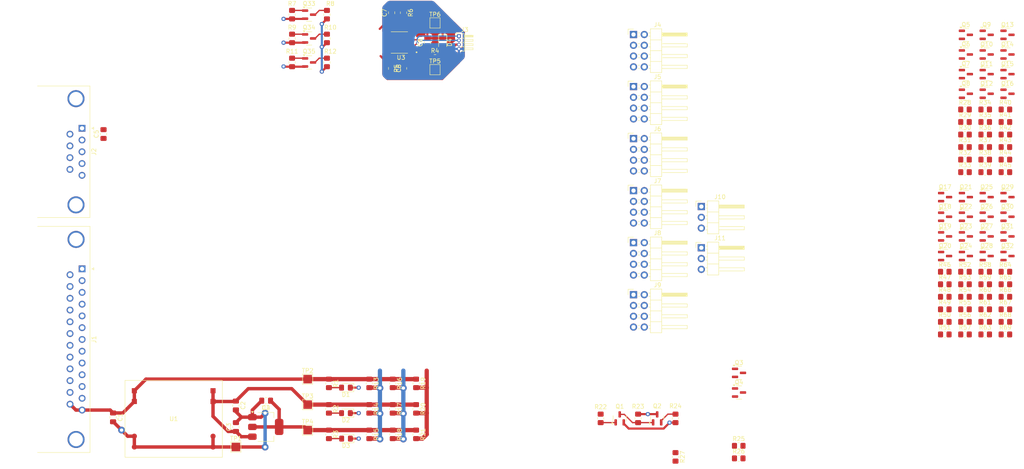
<source format=kicad_pcb>
(kicad_pcb (version 20240108) (generator "pcbnew") (generator_version "8.0")
  (title_block (title "Karcsi (INDACT Robot Arm) - Aux. Control Board 3") (date "2024-05-04") (rev "1.0") (company "LEGO Kör (legokor.hu)") (comment 1 "Designed by Panka Horváth, Gergely Halász, Máté Kovács") (comment 2 "Reviewed by Máté Kovács, "))
  (layers (0 "F.Cu" signal) (31 "B.Cu" signal) (34 "B.Paste" user) (35 "F.Paste" user) (36 "B.SilkS" user "B.Silkscreen") (37 "F.SilkS" user "F.Silkscreen") (38 "B.Mask" user) (39 "F.Mask" user) (44 "Edge.Cuts" user))
  (net 0 "")
  (net 1 "GND")
  (net 2 "+24V")
  (net 3 "+5V")
  (net 4 "+3V3")
  (net 5 "GNDS")
  (net 6 "+5VS")
  (net 7 "/END-EFFECTOR/MODBUS_TX_TERM")
  (net 8 "/END-EFFECTOR/MODBUS_TX_P")
  (net 9 "/END-EFFECTOR/MODBUS_RX_P")
  (net 10 "/END-EFFECTOR/MODBUS_RX_TERM")
  (net 11 "/LED24_A")
  (net 12 "/LED5_A")
  (net 13 "/LED33_A")
  (net 14 "/END-EFFECTOR/LED5S_A")
  (net 15 "/BET_ENC_A")
  (net 16 "/BET_LIM_2")
  (net 18 "/TH_ENC_B")
  (net 19 "/BET_ENC_B")
  (net 20 "/ALF_ENC_A")
  (net 22 "/TH_LIM_MIN")
  (net 23 "/ALF_LIM_2")
  (net 24 "/R_LIM_MAX")
  (net 25 "/R_LIM_MIN")
  (net 26 "/ALF_LIM_1")
  (net 27 "/R_HOME")
  (net 28 "/ALF_ENC_B")
  (net 29 "/TH_ENC_A")
  (net 30 "/TH_HOME")
  (net 31 "/TH_LIM_MAX")
  (net 32 "/BET_LIM_1")
  (net 33 "/END-EFFECTOR/SRV3_PWM_24")
  (net 34 "/END-EFFECTOR/MODBUS_RX_N")
  (net 35 "/END-EFFECTOR/SRV2_PWM_24")
  (net 36 "/END-EFFECTOR/MODBUS_TX_N")
  (net 39 "/END-EFFECTOR/SRV1_PWM_24")
  (net 40 "/END-EFFECTOR/TX_RAW")
  (net 41 "/END-EFFECTOR/RX_RAW")
  (net 42 "/LIM_PWR")
  (net 45 "/BET_LIM_MAX_IN")
  (net 47 "/ALF_LIM_MAX_IN")
  (net 48 "/R_LIM_MIN_IN")
  (net 49 "/TH_LIM_MAX_IN")
  (net 50 "/HOME_PWR")
  (net 51 "/SRV2_PWM")
  (net 52 "/SRV3_PWM")
  (net 53 "/ENC_PWR")
  (net 54 "/BET_LIM_MIN_IN")
  (net 55 "/BET_ENC_A_IN")
  (net 56 "/BET_ENC_B_IN")
  (net 57 "/TH_LIM_MIN_IN")
  (net 58 "/ALF_LIM_MIN_IN")
  (net 59 "/ALF_ENC_A_IN")
  (net 60 "/ALF_ENC_B_IN")
  (net 61 "/TH_ENC_B_IN")
  (net 62 "/SRV1_PWM")
  (net 63 "/TH_ENC_A_IN")
  (net 64 "/R_HOME_IN")
  (net 65 "/R_LIM_MAX_IN")
  (net 66 "/R & THETA AXIS LEVEL SHIFTING/R_LIM_MIN_PG")
  (net 67 "/R & THETA AXIS LEVEL SHIFTING/R_LIM_MIN_NG")
  (net 68 "/ALF_LIM_MIN")
  (net 69 "/R & THETA AXIS LEVEL SHIFTING/R_LIM_MAX_PG")
  (net 70 "/R & THETA AXIS LEVEL SHIFTING/R_LIM_MAX_NG")
  (net 71 "/ALF_LIM_MAX")
  (net 72 "/R & THETA AXIS LEVEL SHIFTING/R_HOME_PG")
  (net 73 "/R & THETA AXIS LEVEL SHIFTING/R_HOME_NG")
  (net 74 "/BET_LIM_MIN")
  (net 75 "/R & THETA AXIS LEVEL SHIFTING/TH_ENC_A_NG")
  (net 76 "/R & THETA AXIS LEVEL SHIFTING/TH_ENC_A_PG")
  (net 77 "/R & THETA AXIS LEVEL SHIFTING/TH_ENC_B_NG")
  (net 78 "/R & THETA AXIS LEVEL SHIFTING/TN_ENC_B_PG")
  (net 79 "/R & THETA AXIS LEVEL SHIFTING/TH_LIM_MIN_PG")
  (net 80 "/R & THETA AXIS LEVEL SHIFTING/TH_LIM_MIN_NG")
  (net 81 "/R & THETA AXIS LEVEL SHIFTING/TH_LIM_MAX_PG")
  (net 82 "/R & THETA AXIS LEVEL SHIFTING/TH_LIM_MAX_NG")
  (net 83 "/R & THETA AXIS LEVEL SHIFTING/TH_HOME_NG")
  (net 84 "/R & THETA AXIS LEVEL SHIFTING/TH_HOME_PG")
  (net 85 "/ALPHA & BETA AXIS LEVEL SHIFTING/ALF_ENC_A_PG")
  (net 86 "/ALPHA & BETA AXIS LEVEL SHIFTING/ALF_ENC_A_NG")
  (net 87 "/BET_LIM_MAX")
  (net 88 "/ALPHA & BETA AXIS LEVEL SHIFTING/ALF_ENC_B_NG")
  (net 89 "/ALPHA & BETA AXIS LEVEL SHIFTING/TN_ENC_B_PG")
  (net 90 "/TH_HOME_IN")
  (net 91 "/ALPHA & BETA AXIS LEVEL SHIFTING/ALF_LIM_MIN_NG")
  (net 92 "/ALPHA & BETA AXIS LEVEL SHIFTING/ALF_LIM_MIN_PG")
  (net 93 "/ALPHA & BETA AXIS LEVEL SHIFTING/ALF_LIM_MAX_NG")
  (net 94 "/ALPHA & BETA AXIS LEVEL SHIFTING/ALF_LIM_MAX_PG")
  (net 95 "/ALPHA & BETA AXIS LEVEL SHIFTING/BET_ENC_A_PG")
  (net 96 "/ALPHA & BETA AXIS LEVEL SHIFTING/BET_ENC_A_NG")
  (net 97 "/ALPHA & BETA AXIS LEVEL SHIFTING/BET_ENC_B_NG")
  (net 98 "/ALPHA & BETA AXIS LEVEL SHIFTING/BET_LIM_MIN_PG")
  (net 99 "/ALPHA & BETA AXIS LEVEL SHIFTING/BET_LIM_MIN_NG")
  (net 100 "/ALPHA & BETA AXIS LEVEL SHIFTING/BET_LIM_MAX_PG")
  (net 101 "/ALPHA & BETA AXIS LEVEL SHIFTING/BET_LIM_MAX_NG")
  (footprint "Resistor_SMD:R_0805_2012Metric_Pad1.20x1.40mm_HandSolder" (layer "F.Cu") (at 270.325 70.775)
    (property "Reference" "R39")
    (property "Value" "560R")
  )
  (footprint "TestPoint:TestPoint_Pad_2.0x2.0mm" (layer "F.Cu") (at 140.95 46.65)
    (property "Reference" "TP5")
    (property "Value" "5V SERIAL")
  )
  (footprint "Resistor_SMD:R_0805_2012Metric_Pad1.20x1.40mm_HandSolder" (layer "F.Cu") (at 131 126.5 -90)
    (property "Reference" "R17")
    (property "Value" "0R")
  )
  (footprint "Capacitor_SMD:C_0805_2012Metric_Pad1.18x1.45mm_HandSolder" (layer "F.Cu") (at 139.15 40.2875 90)
    (property "Reference" "C8")
    (property "Value" "470n")
  )
  (footprint "Resistor_SMD:R_0805_2012Metric_Pad1.20x1.40mm_HandSolder" (layer "F.Cu") (at 116 126.5 -90)
    (property "Reference" "R2")
    (property "Value" "330R")
  )
  (footprint "Resistor_SMD:R_0805_2012Metric_Pad1.20x1.40mm_HandSolder" (layer "F.Cu") (at 125.5 120.5 -90)
    (property "Reference" "R13")
    (property "Value" "0R")
  )
  (footprint "Capacitor_SMD:C_0805_2012Metric_Pad1.18x1.45mm_HandSolder" (layer "F.Cu") (at 94.125 125.7 -90)
    (property "Reference" "C2")
    (property "Value" "47u")
  )
  (footprint "Resistor_SMD:R_0805_2012Metric_Pad1.20x1.40mm_HandSolder" (layer "F.Cu") (at 116 132.5 -90)
    (property "Reference" "R3")
    (property "Value" "150R")
  )
  (footprint "Resistor_SMD:R_0805_2012Metric_Pad1.20x1.40mm_HandSolder" (layer "F.Cu") (at 107.3375 33.7 -90)
    (property "Reference" "R7")
    (property "Value" "560R")
  )
  (footprint "Connector_PinHeader_2.54mm:PinHeader_1x03_P2.54mm_Horizontal" (layer "F.Cu") (at 203.575 78.875)
    (property "Reference" "J10")
    (property "Value" "R_HOME")
  )
  (footprint "Connector_PinHeader_2.54mm:PinHeader_2x04_P2.54mm_Horizontal" (layer "F.Cu") (at 187.625 62.875)
    (property "Reference" "J6")
    (property "Value" "~")
  )
  (footprint "Resistor_SMD:R_0805_2012Metric_Pad1.20x1.40mm_HandSolder" (layer "F.Cu") (at 265.575 64.875)
    (property "Reference" "R31")
    (property "Value" "4k7")
  )
  (footprint "Package_TO_SOT_SMD:SOT-23" (layer "F.Cu") (at 265.785 76.65)
    (property "Reference" "Q21")
    (property "Value" "BSS138KJ")
  )
  (footprint "Resistor_SMD:R_0805_2012Metric_Pad1.20x1.40mm_HandSolder" (layer "F.Cu") (at 275.075 58.975)
    (property "Reference" "R41")
    (property "Value" "560R")
  )
  (footprint "Resistor_SMD:R_0805_2012Metric_Pad1.20x1.40mm_HandSolder" (layer "F.Cu") (at 136.5 120.5 -90)
    (property "Reference" "R19")
    (property "Value" "0R")
  )
  (footprint "Resistor_SMD:R_0805_2012Metric_Pad1.20x1.40mm_HandSolder" (layer "F.Cu") (at 260.825 103.075)
    (property "Reference" "R49")
    (property "Value" "4k7")
  )
  (footprint "Package_TO_SOT_SMD:SOT-23" (layer "F.Cu") (at 260.895 90.525)
    (property "Reference" "Q20")
    (property "Value" "BSS84KJ")
  )
  (footprint "Connector_PinHeader_2.54mm:PinHeader_1x03_P2.54mm_Horizontal" (layer "F.Cu") (at 203.575 88.575)
    (property "Reference" "J11")
    (property "Value" "R_LIM_MAX")
  )
  (footprint "Resistor_SMD:R_0805_2012Metric_Pad1.20x1.40mm_HandSolder" (layer "F.Cu") (at 125.5 132.5 -90)
    (property "Reference" "R15")
    (property "Value" "0R")
  )
  (footprint "Package_TO_SOT_SMD:SOT-23" (layer "F.Cu") (at 275.565 90.525)
    (property "Reference" "Q32")
    (property "Value" "BSS84KJ")
  )
  (footprint "Capacitor_SMD:C_0805_2012Metric_Pad1.18x1.45mm_HandSolder" (layer "F.Cu") (at 130.75 33.25 90)
    (property "Reference" "C7")
    (property "Value" "1n5")
  )
  (footprint "Resistor_SMD:R_0805_2012Metric_Pad1.20x1.40mm_HandSolder" (layer "F.Cu") (at 270.325 94.225)
    (property "Reference" "R58")
    (property "Value" "4k7")
  )
  (footprint "Resistor_SMD:R_0805_2012Metric_Pad1.20x1.40mm_HandSolder" (layer "F.Cu") (at 265.575 103.075)
    (property "Reference" "R55")
    (property "Value" "4k7")
  )
  (footprint "Package_TO_SOT_SMD:SOT-23" (layer "F.Cu") (at 260.895 81.275)
    (property "Reference" "Q18")
    (property "Value" "BSS84KJ")
  )
  (footprint "Connector_PinHeader_2.54mm:PinHeader_2x04_P2.54mm_Horizontal" (layer "F.Cu") (at 187.625 75.125)
    (property "Reference" "J7")
    (property "Value" "~")
  )
  (footprint "Package_TO_SOT_SMD:SOT-23" (layer "F.Cu") (at 265.785 38.45)
    (property "Reference" "Q5")
    (property "Value" "BSS138KJ")
  )
  (footprint "Resistor_SMD:R_0805_2012Metric_Pad1.20x1.40mm_HandSolder" (layer "F.Cu") (at 136.5 132.5 -90)
    (property "Reference" "R21")
    (property "Value" "0R")
  )
  (footprint "Package_TO_SOT_SMD:SOT-23" (layer "F.Cu") (at 111.3375 33.7)
    (property "Reference" "Q33")
    (property "Value" "BSS138KJ")
  )
  (footprint "Package_TO_SOT_SMD:SOT-23" (layer "F.Cu") (at 265.785 85.9)
    (property "Reference" "Q23")
    (property "Value" "BSS138KJ")
  )
  (footprint "Connector_PinHeader_2.54mm:PinHeader_2x04_P2.54mm_Horizontal" (layer "F.Cu") (at 187.625 99.625)
    (property "Reference" "J9")
    (property "Value" "~")
  )
  (footprint "Resistor_SMD:R_0805_2012Metric_Pad1.20x1.40mm_HandSolder" (layer "F.Cu") (at 197.5 128.737501 -90)
    (property "Reference" "R24")
    (property "Value" "560R")
  )
  (footprint "Resistor_SMD:R_0805_2012Metric_Pad1.20x1.40mm_HandSolder" (layer "F.Cu") (at 270.325 67.825)
    (property "Reference" "R38")
    (property "Value" "560R")
  )
  (footprint "Package_TO_SOT_SMD:SOT-23" (layer "F.Cu") (at 111.3375 44.95)
    (property "Reference" "Q35")
    (property "Value" "BSS138KJ")
  )
  (footprint "TestPoint:TestPoint_Pad_2.0x2.0mm" (layer "F.Cu") (at 111 119.5)
    (property "Reference" "TP2")
    (property "Value" "24V")
  )
  (footprint "Resistor_SMD:R_0805_2012Metric_Pad1.20x1.40mm_HandSolder" (layer "F.Cu") (at 188.699999 128.737501 -90)
    (property "Reference" "R23")
    (property "Value" "560R")
  )
  (footprint "Resistor_SMD:R_0805_2012Metric_Pad1.20x1.40mm_HandSolder" (layer "F.Cu") (at 270.325 58.975)
    (property "Reference" "R35")
    (property "Value" "560R")
  )
  (footprint "Capacitor_SMD:C_0805_2012Metric_Pad1.18x1.45mm_HandSolder" (layer "F.Cu") (at 63 61.8 90)
    (property "Reference" "C5")
    (property "Value" "47u")
  )
  (footprint "Resistor_SMD:R_0805_2012Metric_Pad1.20x1.40mm_HandSolder" (layer "F.Cu") (at 265.575 58.975)
    (property "Reference" "R29")
    (property "Value" "560R")
  )
  (footprint "Package_TO_SOT_SMD:SOT-23" (layer "F.Cu") (at 265.785 90.525)
    (property "Reference" "Q24")
    (property "Value" "BSS84KJ")
  )
  (footprint "Resistor_SMD:R_0805_2012Metric_Pad1.20x1.40mm_HandSolder" (layer "F.Cu") (at 275.075 70.775)
    (property "Reference" "R45")
    (property "Value" "560R")
  )
  (footprint "Connector_Dsub:DSUB-25_Male_Horizontal_P2.77x2.84mm_EdgePinOffset7.70mm_Housed_MountingHolesOffset9.12mm" (layer "F.Cu") (at 57.965 93.54 -90)
    (property "Reference" "J1")
    (property "Value" "P11d")
  )
  (footprint "Resistor_SMD:R_0805_2012Metric_Pad1.20x1.40mm_HandSolder" (layer "F.Cu") (at 140.95 43.85)
    (property "Reference" "R4")
    (property "Value" "330R")
  )
  (footprint "Resistor_SMD:R_0805_2012Metric_Pad1.20x1.40mm_HandSolder" (layer "F.Cu") (at 275.075 106.025)
    (property "Reference" "R68")
    (property "Value" "560R")
  )
  (footprint "Resistor_SMD:R_0805_2012Metric_Pad1.20x1.40mm_HandSolder" (layer "F.Cu") (at 260.825 100.125)
    (property "Reference" "R48")
    (property "Value" "560R")
  )
  (footprint "Resistor_SMD:R_0805_2012Metric_Pad1.20x1.40mm_HandSolder" (layer "F.Cu") (at 270.325 100.125)
    (property "Reference" "R60")
    (property "Value" "560R")
  )
  (footprint "LED_SMD:LED_0805_2012Metric_Pad1.15x1.40mm_HandSolder" (layer "F.Cu") (at 142.75 40.25 -90)
    (property "Reference" "D4")
    (property "Value" "LED_G")
  )
  (footprint "Resistor_SMD:R_0805_2012Metric_Pad1.20x1.40mm_HandSolder" (layer "F.Cu") (at 260.825 108.975)
    (property "Reference" "R51")
    (property "Value" "560R")
  )
  (footprint "Resistor_SMD:R_0805_2012Metric_Pad1.20x1.40mm_HandSolder" (layer "F.Cu") (at 197.5 137.8 -90)
    (property "Reference" "R27")
    (property "Value" "560R")
  )
  (footprint "TestPoint:TestPoint_Pad_2.0x2.0mm" (layer "F.Cu") (at 111 125.5)
    (property "Reference" "TP3")
    (property "Value" "5V")
  )
  (footprint "Resistor_SMD:R_0805_2012Metric_Pad1.20x1.40mm_HandSolder" (layer "F.Cu") (at 107.3375 39.3 -90)
    (property "Reference" "R9")
    (property "Value" "560R")
  )
  (footprint "Resistor_SMD:R_0805_2012Metric_Pad1.20x1.40mm_HandSolder" (layer "F.Cu") (at 275.075 64.875)
    (property "Reference" "R43")
    (property "Value" "4k7")
  )
  (footprint "LED_SMD:LED_0805_2012Metric_Pad1.15x1.40mm_HandSolder" (layer "F.Cu") (at 120.024999 133.5 180)
    (property "Reference" "D3")
    (property "Value" "LED_G")
  )
  (footprint "Package_TO_SOT_SMD:SOT-23" (layer "F.Cu") (at 270.675 38.45)
    (property "Reference" "Q9")
    (property "Value" "BSS138KJ")
  )
  (footprint "Resistor_SMD:R_0805_2012Metric_Pad1.20x1.40mm_HandSolder" (layer "F.Cu") (at 275.075 94.225)
    (property "Reference" "R64")
    (property "Value" "4k7")
  )
  (footprint "TestPoint:TestPoint_Pad_2.0x2.0mm" (layer "F.Cu") (at 111 131.5)
    (property "Reference" "TP4")
    (property "Value" "3V3")
  )
  (footprint "Resistor_SMD:R_0805_2012Metric_Pad1.20x1.40mm_HandSolder" (layer "F.Cu") (at 131 120.5 -90)
    (property "Reference" "R16")
    (property "Value" "0R")
  )
  (footprint "Package_TO_SOT_SMD:SOT-23" (layer "F.Cu") (at 275.565 76.65)
    (property "Reference" "Q29")
    (property "Value" "BSS138KJ")
  )
  (footprint "Package_TO_SOT_SMD:SOT-23" (layer "F.Cu") (at 265.785 43.075)
    (property "Reference" "Q6")
    (property "Value" "BSS84KJ")
  )
  (footprint "SN75LBC179AD:SOIC127P599X175-8N" (layer "F.Cu") (at 132.57 40.255 180)
    (property "Reference" "U3")
    (property "Value" "SN75LBC179AD")
  )
  (footprint "Capacitor_SMD:C_0805_2012Metric_Pad1.18x1.45mm_HandSolder" (layer "F.Cu") (at 101.2375 124.575001 180)
    (property "Reference" "C4")
    (property "Value" "47u")
  )
  (footprint "Package_TO_SOT_SMD:SOT-23" (layer "F.Cu") (at 275.565 38.45)
    (property "Reference" "Q13")
    (property "Value" "BSS138KJ")
  )
  (footprint "Resistor_SMD:R_0805_2012Metric_Pad1.20x1.40mm_HandSolder" (layer "F.Cu") (at 270.325 103.075)
    (property "Reference" "R61")
    (property "Value" "4k7")
  )
  (footprint "Resistor_SMD:R_0805_2012Metric_Pad1.20x1.40mm_HandSolder" (layer "F.Cu") (at 115.5375 33.7 90)
    (property "Reference" "R8")
    (property "Value" "560R")
  )
  (footprint "Connector_PinHeader_2.54mm:PinHeader_2x04_P2.54mm_Horizontal" (layer "F.Cu") (at 187.625 50.625)
    (property "Reference" "J5")
    (property "Value" "~")
  )
  (footprint "Resistor_SMD:R_0805_2012Metric_Pad1.20x1.40mm_HandSolder" (layer "F.Cu") (at 270.325 97.175)
    (property "Reference" "R59")
    (property "Value" "560R")
  )
  (footprint "Resistor_SMD:R_0805_2012Metric_Pad1.20x1.40mm_HandSolder" (layer "F.Cu") (at 265.575 94.225)
    (property "Reference" "R52")
    (property "Value" "4k7")
  )
  (footprint "Resistor_SMD:R_0805_2012Metric_Pad1.20x1.40mm_HandSolder" (layer "F.Cu") (at 260.825 97.175)
    (property "Reference" "R47")
    (property "Value" "560R")
  )
  (footprint "Resistor_SMD:R_0805_2012Metric_Pad1.20x1.40mm_HandSolder" (layer "F.Cu") (at 275.075 67.825)
    (property "Reference" "R44")
    (property "Value" "560R")
  )
  (footprint "Resistor_SMD:R_0805_2012Metric_Pad1.20x1.40mm_HandSolder" (layer "F.Cu") (at 260.825 94.225)
    (property "Reference" "R46")
    (property "Value" "4k7")
  )
  (footprint "Resistor_SMD:R_0805_2012Metric_Pad1.20x1.40mm_HandSolder" (layer "F.Cu") (at 270.325 61.925)
    (property "Reference" "R36")
    (property "Value" "560R")
  )
  (footprint "Package_TO_SOT_SMD:SOT-23" (layer "F.Cu") (at 275.565 85.9)
    (property "Reference" "Q31")
    (property "Value" "BSS138KJ")
  )
  (footprint "Resistor_SMD:R_0805_2012Metric_Pad1.20x1.40mm_HandSolder" (layer "F.Cu") (at 115.5375 44.95 90)
    (property "Reference" "R12")
    (property "Value" "560R")
  )
  (footprint "Package_TO_SOT_SMD:SOT-23" (layer "F.Cu") (at 265.785 52.325)
    (property "Reference" "Q8")
    (property "Value" "BSS84KJ")
  )
  (footprint "Resistor_SMD:R_0805_2012Metric_Pad1.20x1.40mm_HandSolder" (layer "F.Cu") (at 270.325 106.025)
    (property "Reference" "R62")
    (property "Value" "560R")
  )
  (footprint "Resistor_SMD:R_0805_2012Metric_Pad1.20x1.40mm_HandSolder" (layer "F.Cu") (at 115.5375 39.3 90)
    (property "Reference" "R10")
    (property "Value" "560R")
  )
  (footprint "Resistor_SMD:R_0805_2012Metric_Pad1.20x1.40mm_HandSolder" (layer "F.Cu") (at 265.575 70.775)
    (property "Reference" "R33")
    (property "Value" "560R")
  )
  (footprint "Package_TO_SOT_SMD:SOT-23" (layer "F.Cu") (at 275.565 81.275)
    (property "Reference" "Q30")
    (property "Value" "BSS84KJ")
  )
  (footprint "Connector_PinHeader_1.00mm:PinHeader_1x04_P1.00mm_Horizontal" (layer "F.Cu") (at 146.575 38.75)
    (property "Reference" "J3")
    (property "Value" "MODBUS")
  )
  (footprint "Package_TO_SOT_SMD:SOT-23" (layer "F.Cu") (at 193.187498 128.737501 90)
    (property "Reference" "Q2")
    (property "Value" "BSS84KJ")
  )
  (footprint "Package_TO_SOT_SMD:SOT-23" (layer "F.Cu") (at 265.785 47.7)
    (property "Reference" "Q7")
    (property "Value" "BSS138KJ")
  )
  (footprint "Package_TO_SOT_SMD:SOT-23" (layer "F.Cu") (at 270.675 47.7)
    (property "Reference" "Q11")
    (property "Value" "BSS138KJ")
  )
  (footprint "Resistor_SMD:R_0805_2012Metric_Pad1.20x1.40mm_HandSolder" (layer "F.Cu") (at 131 132.5 -90)
    (property "Reference" "R18")
    (property "Value" "0R")
  )
  (footprint "Resistor_SMD:R_0805_2012Metric_Pad1.20x1.40mm_HandSolder" (layer "F.Cu") (at 275.075 100.125)
    (property "Reference" "R66")
    (property "Value" "560R")
  )
  (footprint "Package_TO_SOT_SMD:SOT-23" (layer "F.Cu") (at 270.675 90.525)
    (property "Reference" "Q28")
    (property "Value" "BSS84KJ")
  )
  (footprint "Package_TO_SOT_SMD:SOT-23" (layer "F.Cu") (at 270.675 52.325)
    (property "Reference" "Q12")
    (property "Value" "BSS84KJ")
  )
  (footprint "Resistor_SMD:R_0805_2012Metric_Pad1.20x1.40mm_HandSolder" (layer "F.Cu") (at 125.5 126.5 -90)
    (property "Reference" "R14")
    (property "Value" "0R")
  )
  (footprint "Package_TO_SOT_SMD:SOT-23" (layer "F.Cu") (at 212.4375 122.65)
    (property "Reference" "Q4")
    (property "Value" "BSS84KJ")
  )
  (footprint "LED_SMD:LED_0805_2012Metric_Pad1.15x1.40mm_HandSolder" (layer "F.Cu") (at 120 127.5 180)
    (property "Reference" "D2")
    (property "Value" "LED_G")
  )
  (footprint "Resistor_SMD:R_0805_2012Metric_Pad1.20x1.40mm_HandSolder" (layer "F.Cu") (at 265.575 100.125)
    (property "Reference" "R54")
    (property "Value" "560R")
  )
  (footprint "Resistor_SMD:R_0805_2012Metric_Pad1.20x1.40mm_HandSolder" (layer "F.Cu") (at 265.575 67.825)
    (property "Reference" "R32")
    (property "Value" "560R")
  )
  (footprint "Resistor_SMD:R_0805_2012Metric_Pad1.20x1.40mm_HandSolder" (layer "F.Cu") (at 275.075 108.975)
    (property "Reference" "R69")
    (property "Value" "560R")
  )
  (footprint "Package_TO_SOT_SMD:SOT-23" (layer "F.Cu") (at 275.565 43.075)
    (property "Reference" "Q14")
    (property "Value" "BSS84KJ")
  )
  (footprint "Resistor_SMD:R_0805_2012Metric_Pad1.20x1.40mm_HandSolder" (layer "F.Cu") (at 116 120.5 -90)
    (property "Reference" "R1")
    (property "Value" "2k2")
  )
  (footprint "Package_TO_SOT_SMD:SOT-23" (layer "F.Cu") (at 275.565 52.325)
    (property "Reference" "Q16")
    (property "Value" "BSS84KJ")
  )
  (footprint "Package_TO_SOT_SMD:SOT-23" (layer "F.Cu") (at 260.895 76.65)
    (property "Reference" "Q17")
    (property "Value" "BSS138KJ")
  )
  (footprint "Resistor_SMD:R_0805_2012Metric_Pad1.20x1.40mm_HandSolder" (layer "F.Cu") (at 265.575 61.925)
    (property "Reference" "R30")
    (property "Value" "560R")
  )
  (footprint "Package_TO_SOT_SMD:SOT-23" (layer "F.Cu") (at 260.895 85.9)
    (property "Reference" "Q19")
    (property "Value" "BSS138KJ")
  )
  (footprint "Package_TO_SOT_SMD:SOT-23" (layer "F.Cu") (at 270.675 85.9)
    (property "Reference" "Q27")
    (property "Value" "BSS138KJ")
  )
  (footprint "TestPoint:TestPoint_Pad_2.0x2.0mm" (layer "F.Cu") (at 140.95 35.65)
    (property "Reference" "TP6")
    (property "Value" "GND SERIAL")
  )
  (footprint "Package_TO_SOT_SMD:SOT-23" (layer "F.Cu") (at 265.785 81.275)
    (property "Reference" "Q22")
    (property "Value" "BSS84KJ")
  )
  (footprint "Resistor_SMD:R_0805_2012Metric_Pad1.20x1.40mm_HandSolder" (layer "F.Cu") (at 179.9 128.737501 90)
    (property "Reference" "R22")
    (property "Value" "4k7")
  )
  (footprint "Connector_PinHeader_2.54mm:PinHeader_2x04_P2.54mm_Horizontal" (layer "F.Cu") (at 187.625 87.375)
    (property "Reference" "J8")
    (property "Value" "~")
  )
  (footprint "Connector_Dsub:DSUB-9_Male_Horizontal_P2.77x2.84mm_EdgePinOffset7.70mm_Housed_MountingHolesOffset9.12mm" (layer "F.Cu") (at 57.945 60.44 -90)
    (property "Reference" "J2")
    (property "Value" "P04d")
  )
  (footprint "Resistor_SMD:R_0805_2012Metric_Pad1.20x1.40mm_HandSolder" (layer "F.Cu") (at 107.3375 44.95 -90)
    (property "Reference" "R11")
    (property "Value" "560R")
  )
  (footprint "Package_TO_SOT_SMD:SOT-23" (layer "F.Cu") (at 111.3375 39.3)
    (property "Reference" "Q34")
    (property "Value" "BSS138KJ")
  )
  (footprint "Package_TO_SOT_SMD:SOT-23" (layer "F.Cu") (at 275.565 47.7)
    (property "Reference" "Q15")
    (property "Value" "BSS138KJ")
  )
  (footprint "Resistor_SMD:R_0805_2012Metric_Pad1.20x1.40mm_HandSolder" (layer "F.Cu") (at 133.55 46.35 90)
    (property "Reference" "R5")
    (property "Value" "120R")
  )
  (footprint "LED_SMD:LED_0805_2012Metric_Pad1.15x1.40mm_HandSolder" (layer "F.Cu") (at 120 121.5 180)
    (property "Reference" "D1")
    (property "Value" "LED_G")
  )
  (footprint "Resistor_SMD:R_0805_2012Metric_Pad1.20x1.40mm_HandSolder" (layer "F.Cu") (at 265.575 106.025)
    (property "Reference" "R56")
    (property "Value" "560R")
  )
  (footprint "Resistor_SMD:R_0805_2012Metric_Pad1.20x1.40mm_HandSolder" (layer "F.Cu") (at 270.325 108.975)
    (property "Reference" "R63")
    (property "Value" "560R")
  )
  (footprint "Resistor_SMD:R_0805_2012Metric_Pad1.20x1.40mm_HandSolder" (layer "F.Cu") (at 270.325 56.025)
    (property "Reference" "R34")
    (property "Value" "4k7")
  )
  (footprint "Capacitor_SMD:C_0805_2012Metric_Pad1.18x1.45mm_HandSolder" (layer "F.Cu") (at 65.25 128.5 -90)
    (property "Reference" "C1")
    (property "Value" "47u")
  )
  (footprint "Resistor_SMD:R_0805_2012Metric_Pad1.20x1.40mm_HandSolder" (layer "F.Cu") (at 212.3675 138.15)
    (property "Reference" "R26")
    (property "Value" "560R")
  )
  (footprint "Capacitor_SMD:C_0805_2012Metric_Pad1.18x1.45mm_HandSolder" (layer "F.Cu") (at 130.75 46.35 -90)
    (property "Reference" "C6")
    (property "Value" "1n5")
  )
  (footprint "Resistor_SMD:R_0805_2012Metric_Pad1.20x1.40mm_HandSolder" (layer "F.Cu") (at 265.575 56.025)
    (property "Reference" "R28")
    (property "Value" "4k7")
  )
  (footprint "Resistor_SMD:R_0805_2012Metric_Pad1.20x1.40mm_HandSolder" (layer "F.Cu") (at 265.575 108.975)
    (property "Reference" "R57")
    (property "Value" "560R")
  )
  (footprint "Resistor_SMD:R_0805_2012Metric_Pad1.20x1.40mm_HandSolder" (layer "F.Cu") (at 270.325 64.875)
    (property "Reference" "R37")
    (property "Value" "4k7")
  )
  (footprint "Resistor_SMD:R_0805_2012Metric_Pad1.20x1.40mm_HandSolder" (layer "F.Cu") (at 212.3675 135.2)
    (property "Reference" "R25")
    (property "Value" "4k7")
  )
  (footprint "Resistor_SMD:R_0805_2012Metric_Pad1.20x1.40mm_HandSolder" (layer "F.Cu") (at 133.55 33.25 -90)
    (property "Reference" "R6")
    (property "Value" "120R")
  )
  (footprint "power_modules:DSN-1504-3A" (layer "F.Cu") (at 79.5 128.85)
    (property "Reference" "U1")
    (property "Value" "DSN-1504-3A")
  )
  (footprint "Package_TO_SOT_SMD:SOT-23" (layer "F.Cu") (at 184.387499 128.737501 90)
    (property "Reference" "Q1")
    (property "Value" "BSS138KJ")
  )
  (footprint "Package_TO_SOT_SMD:SOT-223-3_TabPin2" (layer "F.Cu") (at 101.149999 130.75)
    (property "Reference" "U2")
    (property "Value" "AMS1117-3.3")
  )
  (footprint "Resistor_SMD:R_0805_2012Metric_Pad1.20x1.40mm_HandSolder" (layer "F.Cu") (at 260.825 106.025)
    (property "Reference" "R50")
    (property "Value" "560R")
  )
  (footprint "Connector_PinHeader_2.54mm:PinHeader_2x04_P2.54mm_Horizontal" (layer "F.Cu") (at 187.625 38.375)
    (property "Reference" "J4")
    (property "Value" "~")
  )
  (footprint "Resistor_SMD:R_0805_2012Metric_Pad1.20x1.40mm_HandSolder" (layer "F.Cu") (at 136.5 126.5 -90)
    (property "Reference" "R20")
    (property "Value" "0R")
  )
  (footprint "Package_TO_SOT_SMD:SOT-23" (layer "F.Cu") (at 212.4375 118.025)
    (property "Reference" "Q3")
    (property "Value" "BSS138KJ")
  )
  (footprint "Package_TO_SOT_SMD:SOT-23" (layer "F.Cu") (at 270.675 81.275)
    (property "Reference" "Q26")
    (property "Value" "BSS84KJ")
  )
  (footprint "Resistor_SMD:R_0805_2012Metric_Pad1.20x1.40mm_HandSolder" (layer "F.Cu") (at 275.075 61.925)
    (property "Reference" "R42")
    (property "Value" "560R")
  )
  (footprint "Package_TO_SOT_SMD:SOT-23" (layer "F.Cu") (at 270.675 76.65)
    (property "Reference" "Q25")
    (property "Value" "BSS138KJ")
  )
  (footprint "Capacitor_SMD:C_0805_2012Metric_Pad1.18x1.45mm_HandSolder" (layer "F.Cu") (at 94.1375 130.775 90)
    (property "Reference" "C3")
    (property "Value" "47u")
  )
  (footprint "Resistor_SMD:R_0805_2012Metric_Pad1.20x1.40mm_HandSolder" (layer "F.Cu") (at 275.075 103.075)
    (property "Reference" "R67")
    (property "Value" "4k7")
  )
  (footprint "Resistor_SMD:R_0805_2012Metric_Pad1.20x1.40mm_HandSolder" (layer "F.Cu") (at 275.075 56.025)
    (property "Reference" "R40")
    (property "Value" "4k7")
  )
  (footprint "Package_TO_SOT_SMD:SOT-23" (layer "F.Cu") (at 270.675 43.075)
    (property "Reference" "Q10")
    (property "Value" "BSS84KJ")
  )
  (footprint "Resistor_SMD:R_0805_2012Metric_Pad1.20x1.40mm_HandSolder" (layer "F.Cu") (at 265.575 97.175)
    (property "Reference" "R53")
    (property "Value" "560R")
  )
  (footprint "Resistor_SMD:R_0805_2012Metric_Pad1.20x1.40mm_HandSolder" (layer "F.Cu") (at 275.075 97.175)
    (property "Reference" "R65")
    (property "Value" "560R")
  )
  (footprint "TestPoint:TestPoint_Pad_2.0x2.0mm" (layer "F.Cu") (at 94.124999 135.475)
    (property "Reference" "TP1")
    (property "Value" "GND")
  )
  (segment (start 65.25 129.5375) (end 65.2875 129.5375) (width 0.8) (layer "F.Cu") (net 1))
  (segment (start 107.3375 45.95) (end 105.3875 45.95) (width 0.5) (layer "F.Cu") (net 1))
  (segment (start 107.3375 40.3) (end 105.3375 40.3) (width 0.5) (layer "F.Cu") (net 1))
  (segment (start 121.049998 133.5) (end 123 133.5) (width 0.5) (layer "F.Cu") (net 1))
  (segment (start 88.75 132.935) (end 88.75 135.475) (width 0.8) (layer "F.Cu") (net 1))
  (segment (start 97.999999 128.45) (end 97.999999 126.775002) (width 0.8) (layer "F.Cu") (net 1))
  (segment (start 110.35 34.7) (end 110.4 34.65) (width 0.5) (layer "F.Cu") (net 1))
  (segment (start 110.35 40.3) (end 110.4 40.25) (width 0.5) (layer "F.Cu") (net 1))
  (segment (start 67.25 131.5) (end 68.685 132.935) (width 0.8) (layer "F.Cu") (net 1))
  (segment (start 105.3875 45.95) (end 105.3375 45.9) (width 0.5) (layer "F.Cu") (net 1))
  (segment (start 70.25 135.475) (end 88.75 135.475) (width 0.8) (layer "F.Cu") (net 1))
  (segment (start 197.5 129.737501) (end 196.1 129.737501) (width 0.5) (layer "F.Cu") (net 1))
  (segment (start 97.999999 128.45) (end 100.05 128.45) (width 0.8) (layer "F.Cu") (net 1))
  (segment (start 94.124999 135.475) (end 100.975 135.475) (width 0.8) (layer "F.Cu") (net 1))
  (segment (start 100.05 128.45) (end 101 127.5) (width 0.8) (layer "F.Cu") (net 1))
  (segment (start 194.7 131.137501) (end 186.5 131.137501) (width 0.5) (layer "F.Cu") (net 1))
  (segment (start 110.35 45.95) (end 110.4 45.9) (width 0.5) (layer "F.Cu") (net 1))
  (segment (start 68.685 132.935) (end 70.25 132.935) (width 0.8) (layer "F.Cu") (net 1))
  (segment (start 88.75 135.475) (end 94.124999 135.475) (width 0.8) (layer "F.Cu") (net 1))
  (segment (start 186.5 131.137501) (end 185.337499 129.975) (width 0.5) (layer "F.Cu") (net 1))
  (segment (start 97.999999 126.775002) (end 100.2 124.575001) (width 0.8) (layer "F.Cu") (net 1))
  (segment (start 121.024999 127.5) (end 123 127.5) (width 0.5) (layer "F.Cu") (net 1))
  (segment (start 107.3375 34.7) (end 105.3375 34.7) (width 0.5) (layer "F.Cu") (net 1))
  (segment (start 196.1 129.737501) (end 194.7 131.137501) (width 0.5) (layer "F.Cu") (net 1))
  (segment (start 70.25 135.475) (end 70.25 132.935) (width 0.8) (layer "F.Cu") (net 1))
  (segment (start 94.125 126.7375) (end 94.125 127.15) (width 0.8) (layer "F.Cu") (net 1))
  (segment (start 100.975 135.475) (end 101 135.5) (width 0.8) (layer "F.Cu") (net 1))
  (segment (start 121.024999 121.5) (end 123 121.5) (width 0.5) (layer "F.Cu") (net 1))
  (segment (start 107.3375 34.7) (end 110.35 34.7) (width 0.5) (layer "F.Cu") (net 1))
  (segment (start 95.425 128.45) (end 97.999999 128.45) (width 0.8) (layer "F.Cu") (net 1))
  (segment (start 107.3375 40.3) (end 110.35 40.3) (width 0.5) (layer "F.Cu") (net 1))
  (segment (start 185.337499 129.975) (end 185.337499 129.675001) (width 0.5) (layer "F.Cu") (net 1))
  (segment (start 94.125 127.15) (end 95.425 128.45) (width 0.8) (layer "F.Cu") (net 1))
  (segment (start 107.3375 45.95) (end 110.35 45.95) (width 0.5) (layer "F.Cu") (net 1))
  (segment (start 65.2875 129.5375) (end 67.25 131.5) (width 0.8) (layer "F.Cu") (net 1))
  (segment (start 94.1375 129.7375) (end 95.425 128.45) (width 0.8) (layer "F.Cu") (net 1))
  (via (at 123 121.5) (size 1) (drill 0.5) (layers "F.Cu" "B.Cu") (net 1))
  (via (at 101 135.5) (size 1.6) (drill 0.8) (layers "F.Cu" "B.Cu") (net 1))
  (via (at 67.25 131.5) (size 1.6) (drill 0.8) (layers "F.Cu" "B.Cu") (net 1))
  (via (at 105.3375 40.3) (size 1) (drill 0.5) (layers "F.Cu" "B.Cu") (net 1))
  (via (at 196.1 129.737501) (size 1) (drill 0.5) (layers "F.Cu" "B.Cu") (net 1))
  (via (at 105.3375 34.7) (size 1) (drill 0.5) (layers "F.Cu" "B.Cu") (net 1))
  (via (at 123 127.5) (size 1) (drill 0.5) (layers "F.Cu" "B.Cu") (net 1))
  (via (at 123 133.5) (size 1) (drill 0.5) (layers "F.Cu" "B.Cu") (net 1))
  (via (at 105.3375 45.9) (size 1) (drill 0.5) (layers "F.Cu" "B.Cu") (net 1))
  (via (at 101 127.5) (size 1.6) (drill 0.8) (layers "F.Cu" "B.Cu") (net 1))
  (segment (start 101 135.5) (end 101 127.5) (width 0.8) (layer "B.Cu") (net 1))
  (segment (start 56.509999 126.779999) (end 57.965 126.779999) (width 0.8) (layer "F.Cu") (net 2))
  (segment (start 70.25 122.225) (end 72.975 119.5) (width 0.8) (layer "F.Cu") (net 2))
  (segment (start 193.124999 127.737501) (end 193.187498 127.8) (width 0.5) (layer "F.Cu") (net 2))
  (segment (start 116 119.5) (end 125.5 119.5) (width 1) (layer "F.Cu") (net 2))
  (segment (start 65.25 127.4625) (end 67.5525 127.4625) (width 0.8) (layer "F.Cu") (net 2))
  (segment (start 55.125 125.395) (end 56.509999 126.779999) (width 0.8) (layer "F.Cu") (net 2))
  (segment (start 131 119.5) (end 136.5 119.5) (width 1) (layer "F.Cu") (net 2))
  (segment (start 125.5 119.5) (end 131 119.5) (width 1) (layer "F.Cu") (net 2))
  (segment (start 70.25 124.765) (end 70.25 122.225) (width 0.8) (layer "F.Cu") (net 2))
  (segment (start 67.5525 127.4625) (end 70.25 124.765) (width 0.8) (layer "F.Cu") (net 2))
  (segment (start 72.975 119.5) (end 111 119.5) (width 0.8) (layer "F.Cu") (net 2))
  (segment (start 57.965 126.779999) (end 64.567499 126.779999) (width 0.8) (layer "F.Cu") (net 2))
  (segment (start 188.699999 127.737501) (end 193.124999 127.737501) (width 0.5) (layer "F.Cu") (net 2))
  (segment (start 111 119.5) (end 116 119.5) (width 1) (layer "F.Cu") (net 2))
  (segment (start 64.567499 126.779999) (end 65.25 127.4625) (width 0.8) (layer "F.Cu") (net 2))
  (via (at 191 127.737501) (size 1) (drill 0.5) (layers "F.Cu" "B.Cu") (net 2))
  (segment (start 136.5 125.5) (end 131 125.5) (width 1) (layer "F.Cu") (net 3))
  (segment (start 115.4875 45.95) (end 114.3375 47.1) (width 0.5) (layer "F.Cu") (net 3))
  (segment (start 88.75 122.225) (end 88.75 124.765) (width 0.8) (layer "F.Cu") (net 3))
  (segment (start 107.25 121.75) (end 111 125.5) (width 0.8) (layer "F.Cu") (net 3))
  (segment (start 116 125.5) (end 111 125.5) (width 1) (layer "F.Cu") (net 3))
  (segment (start 94.125 124.6625) (end 97.0375 121.75) (width 0.8) (layer "F.Cu") (net 3))
  (segment (start 97.0375 121.75) (end 107.25 121.75) (width 0.8) (layer "F.Cu") (net 3))
  (segment (start 95.375 133.05) (end 97.999999 133.05) (width 0.8) (layer "F.Cu") (net 3))
  (segment (start 114.3375 41.3) (end 114.5375 41.3) (width 0.5) (layer "F.Cu") (net 3))
  (segment (start 115.5375 34.7) (end 114.3375 35.9) (width 0.5) (layer "F.Cu") (net 3))
  (segment (start 125.5 125.5) (end 116 125.5) (width 1) (layer "F.Cu") (net 3))
  (segment (start 88.75 128.25) (end 88.75 124.765) (width 0.8) (layer "F.Cu") (net 3))
  (segment (start 115.5375 45.95) (end 115.4875 45.95) (width 0.5) (layer "F.Cu") (net 3))
  (segment (start 114.5375 41.3) (end 115.5375 40.3) (width 0.5) (layer "F.Cu") (net 3))
  (segment (start 92.3125 131.8125) (end 88.75 128.25) (width 0.8) (layer "F.Cu") (net 3))
  (segment (start 94.0225 124.765) (end 94.125 124.6625) (width 0.8) (layer "F.Cu") (net 3))
  (segment (start 94.1375 131.8125) (end 92.3125 131.8125) (width 0.8) (layer "F.Cu") (net 3))
  (segment (start 94.1375 131.8125) (end 95.375 133.05) (width 0.8) (layer "F.Cu") (net 3))
  (segment (start 88.75 124.765) (end 94.0225 124.765) (width 0.8) (layer "F.Cu") (net 3))
  (segment (start 131 125.5) (end 125.5 125.5) (width 1) (layer "F.Cu") (net 3))
  (via (at 114.3375 35.9) (size 1) (drill 0.5) (layers "F.Cu" "B.Cu") (net 3))
  (via (at 114.3375 47.1) (size 1) (drill 0.5) (layers "F.Cu" "B.Cu") (net 3))
  (via (at 114.3375 41.3) (size 1) (drill 0.5) (layers "F.Cu" "B.Cu") (net 3))
  (segment (start 114.3375 35.9) (end 114.3375 41.3) (width 0.5) (layer "B.Cu") (net 3))
  (segment (start 114.3375 47.1) (end 114.3375 41.3) (width 0.5) (layer "B.Cu") (net 3))
  (segment (start 110.25 130.75) (end 111 131.5) (width 0.8) (layer "F.Cu") (net 4))
  (segment (start 111 131.5) (end 116 131.5) (width 1) (layer "F.Cu") (net 4))
  (segment (start 125.5 131.5) (end 131 131.5) (width 1) (layer "F.Cu") (net 4))
  (segment (start 104.299998 126.599999) (end 102.275 124.575001) (width 0.8) (layer "F.Cu") (net 4))
  (segment (start 104.299998 130.75) (end 104.299998 126.599999) (width 0.8) (layer "F.Cu") (net 4))
  (segment (start 116 131.5) (end 125.5 131.5) (width 1) (layer "F.Cu") (net 4))
  (segment (start 131 131.5) (end 136.5 131.5) (width 1) (layer "F.Cu") (net 4))
  (segment (start 104.299998 130.75) (end 110.25 130.75) (width 0.8) (layer "F.Cu") (net 4))
  (segment (start 98 130.75) (end 104.299998 130.75) (width 0.8) (layer "F.Cu") (net 4))
  (segment (start 138.25 38.35) (end 135.04 38.35) (width 0.5) (layer "F.Cu") (net 5))
  (segment (start 146.575 44.925) (end 142.65 48.85) (width 0.5) (layer "F.Cu") (net 5))
  (segment (start 142.65 48.85) (end 129.75 48.85) (width 0.5) (layer "F.Cu") (net 5))
  (segment (start 129.15 35.85) (end 127.95 37.05) (width 0.5) (layer "F.Cu") (net 5))
  (segment (start 139.174999 39.225001) (end 139.15 39.25) (width 0.5) (layer "F.Cu") (net 5))
  (segment (start 129.15 31.755851) (end 129.15 35.85) (width 0.5) (layer "F.Cu") (net 5))
  (segment (start 146.575 41.75) (end 146.575 44.925) (width 0.5) (layer "F.Cu") (net 5))
  (segment (start 147.75 41.25) (end 147.25 41.75) (width 0.5) (layer "F.Cu") (net 5))
  (segment (start 139.15 39.25) (end 138.25 38.35) (width 0.5) (layer "F.Cu") (net 5))
  (segment (start 129.75 48.85) (end 128.95 48.05) (width 0.5) (layer "F.Cu") (net 5))
  (segment (start 138.25 38.35) (end 140.95 35.65) (width 0.5) (layer "F.Cu") (net 5))
  (segment (start 147.75 37.975) (end 147.75 41.25) (width 0.5) (layer "F.Cu") (net 5))
  (segment (start 136.15 30.85) (end 130.055851 30.85) (width 0.5) (layer "F.Cu") (net 5))
  (segment (start 140.95 35.65) (end 136.15 30.85) (width 0.5) (layer "F.Cu") (net 5))
  (segment (start 140.95 35.65) (end 145.425 35.65) (width 0.5) (layer "F.Cu") (net 5))
  (segment (start 147.25 41.75) (end 146.575 41.75) (width 0.5) (layer "F.Cu") (net 5))
  (segment (start 128.95 44.25) (end 128.15 43.45) (width 0.5) (layer "F.Cu") (net 5))
  (segment (start 142.75 39.225001) (end 139.174999 39.225001) (width 0.5) (layer "F.Cu") (net 5))
  (segment (start 128.95 48.05) (end 128.95 44.25) (width 0.5) (layer "F.Cu") (net 5))
  (segment (start 130.055851 30.85) (end 129.15 31.755851) (width 0.5) (layer "F.Cu") (net 5))
  (segment (start 145.425 35.65) (end 147.75 37.975) (width 0.5) (layer "F.Cu") (net 5))
  (segment (start 142.55 46.65) (end 140.95 46.65) (width 0.5) (layer "F.Cu") (net 6))
  (segment (start 139.845 43.85) (end 138.235 42.24) (width 0.3) (layer "F.Cu") (net 6))
  (segment (start 139.95 43.85) (end 139.95 45.65) (width 0.5) (layer "F.Cu") (net 6))
  (segment (start 146.575 40.750001) (end 145.849999 40.750001) (width 0.5) (layer "F.Cu") (net 6))
  (segment (start 144.95 44.25) (end 142.55 46.65) (width 0.5) (layer "F.Cu") (net 6))
  (segment (start 138.235 42.24) (end 135.04 42.24) (width 0.5) (layer "F.Cu") (net 6))
  (segment (start 145.849999 40.750001) (end 144.95 41.65) (width 0.5) (layer "F.Cu") (net 6))
  (segment (start 144.95 41.65) (end 144.95 44.25) (width 0.5) (layer "F.Cu") (net 6))
  (segment (start 139.15 41.325) (end 138.235 42.24) (width 0.5) (layer "F.Cu") (net 6))
  (segment (start 139.95 43.85) (end 139.845 43.85) (width 0.3) (layer "F.Cu") (net 6))
  (segment (start 139.95 45.65) (end 140.95 46.65) (width 0.5) (layer "F.Cu") (net 6))
  (segment (start 131.906249 43.904186) (end 131.906249 44.024186) (width 0.2) (layer "F.Cu") (net 8))
  (segment (start 130.1 42.16) (end 130.785 42.16) (width 0.2) (layer "F.Cu") (net 8))
  (segment (start 131.300953 43.304186) (end 131.300953 43.424186) (width 0.2) (layer "F.Cu") (net 8))
  (segment (start 131.7318 41.75) (end 131.906249 41.924449) (width 0.2) (layer "F.Cu") (net 8))
  (segment (start 131.906249 44.024186) (end 131.906249 44.156251) (width 0.2) (layer "F.Cu") (net 8))
  (segment (start 131.195 41.75) (end 131.7318 41.75) (width 0.2) (layer "F.Cu") (net 8))
  (segment (start 131.540953 43.664186) (end 131.666249 43.664186) (width 0.2) (layer "F.Cu") (net 8))
  (segment (start 131.906249 41.924449) (end 131.906249 42.824186) (width 0.2) (layer "F.Cu") (net 8))
  (segment (start 131.906249 44.156251) (end 131.011611 45.050889) (width 0.2) (layer "F.Cu") (net 8))
  (segment (start 131.666249 43.064186) (end 131.540953 43.064186) (width 0.2) (layer "F.Cu") (net 8))
  (segment (start 131.011611 45.050889) (end 130.75 45.3125) (width 0.2) (layer "F.Cu") (net 8))
  (segment (start 130.785 42.16) (end 131.195 41.75) (width 0.2) (layer "F.Cu") (net 8))
  (arc (start 131.666249 43.664186) (mid 131.835955 43.73448) (end 131.906249 43.904186) (width 0.2) (layer "F.Cu") (net 8))
  (arc (start 131.300953 43.424186) (mid 131.371247 43.593892) (end 131.540953 43.664186) (width 0.2) (layer "F.Cu") (net 8))
  (arc (start 131.540953 43.064186) (mid 131.371247 43.13448) (end 131.300953 43.304186) (width 0.2) (layer "F.Cu") (net 8))
  (arc (start 131.906249 42.824186) (mid 131.835955 42.993892) (end 131.666249 43.064186) (width 0.2) (layer "F.Cu") (net 8))
  (segment (start 131.906249 35.443749) (end 131.906249 36.640435) (width 0.2) (layer "F.Cu") (net 9))
  (segment (start 130.785 38.35) (end 130.1 38.35) (width 0.2) (layer "F.Cu") (net 9))
  (segment (start 131.906249 38.375551) (end 131.5218 38.76) (width 0.2) (layer "F.Cu") (net 9))
  (segment (start 131.906249 37.840435) (end 131.906249 38.375551) (width 0.2) (layer "F.Cu") (net 9))
  (segment (start 131.540879 37.480435) (end 131.666249 37.480435) (width 0.2) (layer "F.Cu") (net 9))
  (segment (start 131.5218 38.76) (end 131.195 38.76) (width 0.2) (layer "F.Cu") (net 9))
  (segment (start 131.906249 37.720435) (end 131.906249 37.840435) (width 0.2) (layer "F.Cu") (net 9))
  (segment (start 131.666249 36.880435) (end 131.540879 36.880435) (width 0.2) (layer "F.Cu") (net 9))
  (segment (start 130.75 34.2875) (end 131.906249 35.443749) (width 0.2) (layer "F.Cu") (net 9))
  (segment (start 131.300879 37.120435) (end 131.300879 37.240435) (width 0.2) (layer "F.Cu") (net 9))
  (segment (start 131.195 38.76) (end 130.785 38.35) (width 0.2) (layer "F.Cu") (net 9))
  (arc (start 131.540879 36.880435) (mid 131.371173 36.950729) (end 131.300879 37.120435) (width 0.2) (layer "F.Cu") (net 9))
  (arc (start 131.906249 36.640435) (mid 131.835955 36.810141) (end 131.666249 36.880435) (width 0.2) (layer "F.Cu") (net 9))
  (arc (start 131.300879 37.240435) (mid 131.371173 37.410141) (end 131.540879 37.480435) (width 0.2) (layer "F.Cu") (net 9))
  (arc (start 131.666249 37.480435) (mid 131.835955 37.550729) (end 131.906249 37.720435) (width 0.2) (layer "F.Cu") (net 9))
  (segment (start 130.75 32.2125) (end 133.5125 32.2125) (width 0.3) (layer "F.Cu") (net 10))
  (segment (start 133.5125 32.2125) (end 133.55 32.25) (width 0.3) (layer "F.Cu") (net 10))
  (segment (start 116 121.5) (end 118.975001 121.5) (width 0.3) (layer "F.Cu") (net 11))
  (segment (start 116 127.5) (end 118.975001 127.5) (width 0.3) (layer "F.Cu") (net 12))
  (segment (start 116 133.5) (end 119 133.5) (width 0.3) (layer "F.Cu") (net 13))
  (segment (start 142.75 41.274999) (end 142.75 43.05) (width 0.3) (layer "F.Cu") (net 14))
  (segment (start 142.75 43.05) (end 141.95 43.85) (width 0.3) (layer "F.Cu") (net 14))
  (segment (start 195.7 127.737501) (end 197.5 127.737501) (width 0.3) (layer "F.Cu") (net 25))
  (segment (start 194.137498 129.675001) (end 194.137498 129.300003) (width 0.3) (layer "F.Cu") (net 25))
  (segment (start 194.137498 129.300003) (end 195.7 127.737501) (width 0.3) (layer "F.Cu") (net 25))
  (segment (start 107.3375 43.95) (end 110.35 43.95) (width 0.3) (layer "F.Cu") (net 33))
  (segment (start 110.35 43.95) (end 110.4 44) (width 0.3) (layer "F.Cu") (net 33))
  (segment (start 132.356251 38.561949) (end 131.7082 39.21) (width 0.2) (layer "F.Cu") (net 34))
  (segment (start 131.195 39.21) (end 130.785 39.62) (width 0.2) (layer "F.Cu") (net 34))
  (segment (start 132.356251 35.443749) (end 132.356251 38.561949) (width 0.2) (layer "F.Cu") (net 34))
  (segment (start 133.55 34.25) (end 132.356251 35.443749) (width 0.2) (layer "F.Cu") (net 34))
  (segment (start 131.7082 39.21) (end 131.195 39.21) (width 0.2) (layer "F.Cu") (net 34))
  (segment (start 130.785 39.62) (end 130.1 39.62) (width 0.2) (layer "F.Cu") (net 34))
  (segment (start 110.35 38.3) (end 110.4 38.35) (width 0.3) (layer "F.Cu") (net 35))
  (segment (start 107.3375 38.3) (end 110.35 38.3) (width 0.3) (layer "F.Cu") (net 35))
  (segment (start 130.785 40.89) (end 130.1 40.89) (width 0.2) (layer "F.Cu") (net 36))
  (segment (start 131.9182 41.3) (end 131.195 41.3) (width 0.2) (layer "F.Cu") (net 36))
  (segment (start 131.195 41.3) (end 130.785 40.89) (width 0.2) (layer "F.Cu") (net 36))
  (segment (start 132.356251 44.156251) (end 132.356251 41.738051) (width 0.2) (layer "F.Cu") (net 36))
  (segment (start 133.55 45.35) (end 132.356251 44.156251) (width 0.2) (layer "F.Cu") (net 36))
  (segment (start 132.356251 41.738051) (end 131.9182 41.3) (width 0.2) (layer "F.Cu") (net 36))
  (segment (start 107.3375 32.7) (end 110.35 32.7) (width 0.3) (layer "F.Cu") (net 39))
  (segment (start 110.35 32.7) (end 110.4 32.75) (width 0.3) (layer "F.Cu") (net 39))
  (segment (start 136.8 40.37) (end 136.28 40.89) (width 0.3) (layer "F.Cu") (net 40))
  (segment (start 136.28 40.89) (end 135.04 40.89) (width 0.3) (layer "F.Cu") (net 40))
  (via (at 136.8 40.37) (size 0.6) (drill 0.3) (layers "F.Cu" "B.Cu") (net 40))
  (segment (start 137.25 38.75) (end 146.575 38.75) (width 0.3) (layer "B.Cu") (net 40))
  (segment (start 136.8 40.37) (end 136.8 39.2) (width 0.3) (layer "B.Cu") (net 40))
  (segment (start 136.8 39.2) (end 137.25 38.75) (width 0.3) (layer "B.Cu") (net 40))
  (segment (start 137.65 39.75) (end 137.52 39.62) (width 0.3) (layer "F.Cu") (net 41))
  (segment (start 137.52 39.62) (end 135.04 39.62) (width 0.3) (layer "F.Cu") (net 41))
  (via (at 137.65 39.75) (size 0.6) (drill 0.3) (layers "F.Cu" "B.Cu") (net 41))
  (segment (start 137.65 39.75) (end 146.575 39.75) (width 0.3) (layer "B.Cu") (net 41))
  (segment (start 131 127.5) (end 133.4 127.5) (width 1) (layer "F.Cu") (net 42))
  (segment (start 131 133.5) (end 133.4 133.5) (width 1) (layer "F.Cu") (net 42))
  (segment (start 131 121.5) (end 133.4 121.5) (width 1) (layer "F.Cu") (net 42))
  (segment (start 133.4 121.5) (end 133.5 121.6) (width 1) (layer "F.Cu") (net 42))
  (segment (start 133.4 133.5) (end 133.5 133.6) (width 1) (layer "F.Cu") (net 42))
  (segment (start 133.4 127.5) (end 133.5 127.6) (width 1) (layer "F.Cu") (net 42))
  (via (at 133.5 127.6) (size 1.6) (drill 0.8) (layers "F.Cu" "B.Cu") (net 42))
  (via (at 133.5 121.6) (size 1.6) (drill 0.8) (layers "F.Cu" "B.Cu") (net 42))
  (via (at 133.5 133.6) (size 1.6) (drill 0.8) (layers "F.Cu" "B.Cu") (net 42))
  (segment (start 133.5 121.6) (end 133.5 117.5) (width 1) (layer "B.Cu") (net 42))
  (segment (start 133.5 133.6) (end 133.5 127.6) (width 1) (layer "B.Cu") (net 42))
  (segment (start 133.5 127.6) (end 133.5 121.6) (width 1) (layer "B.Cu") (net 42))
  (segment (start 136.5 133.5) (end 138 133.5) (width 1) (layer "F.Cu") (net 50))
  (segment (start 139 132.5) (end 139 127.5) (width 1) (layer "F.Cu") (net 50))
  (segment (start 138 133.5) (end 139 132.5) (width 1) (layer "F.Cu") (net 50))
  (segment (start 136.5 127.5) (end 139 127.5) (width 1) (layer "F.Cu") (net 50))
  (segment (start 139 127.5) (end 139 121.5) (width 1) (layer "F.Cu") (net 50))
  (segment (start 139 121.5) (end 139 117.5) (width 1) (layer "F.Cu") (net 50))
  (segment (start 136.5 121.5) (end 139 121.5) (width 1) (layer "F.Cu") (net 50))
  (segment (start 112.275 39.3) (end 112.7375 39.3) (width 0.3) (layer "F.Cu") (net 51))
  (segment (start 112.7375 39.3) (end 113.7375 38.3) (width 0.3) (layer "F.Cu") (net 51))
  (segment (start 113.7375 38.3) (end 115.5375 38.3) (width 0.3) (layer "F.Cu") (net 51))
  (segment (start 113.70625 43.95) (end 115.5375 43.95) (width 0.3) (layer "F.Cu") (net 52))
  (segment (start 112.275 44.95) (end 112.70625 44.95) (width 0.3) (layer "F.Cu") (net 52))
  (segment (start 112.70625 44.95) (end 113.70625 43.95) (width 0.3) (layer "F.Cu") (net 52))
  (segment (start 125.5 133.5) (end 127.9 133.5) (width 1) (layer "F.Cu") (net 53))
  (segment (start 127.9 121.5) (end 128 121.6) (width 1) (layer "F.Cu") (net 53))
  (segment (start 125.5 121.5) (end 127.9 121.5) (width 1) (layer "F.Cu") (net 53))
  (segment (start 125.5 127.5) (end 127.9 127.5) (width 1) (layer "F.Cu") (net 53))
  (segment (start 127.9 133.5) (end 128 133.6) (width 1) (layer "F.Cu") (net 53))
  (segment (start 127.9 127.5) (end 128 127.6) (width 1) (layer "F.Cu") (net 53))
  (via (at 128 133.6) (size 1.6) (drill 0.8) (layers "F.Cu" "B.Cu") (net 53))
  (via (at 128 121.6) (size 1.6) (drill 0.8) (layers "F.Cu" "B.Cu") (net 53))
  (via (at 128 127.6) (size 1.6) (drill 0.8) (layers "F.Cu" "B.Cu") (net 53))
  (segment (start 128 127.6) (end 128 121.6) (width 1) (layer "B.Cu") (net 53))
  (segment (start 128 121.6) (end 128 117.5) (width 1) (layer "B.Cu") (net 53))
  (segment (start 128 133.6) (end 128 127.6) (width 1) (layer "B.Cu") (net 53))
  (segment (start 112.7375 33.7) (end 113.7375 32.7) (width 0.3) (layer "F.Cu") (net 62))
  (segment (start 113.7375 32.7) (end 115.5375 32.7) (width 0.3) (layer "F.Cu") (net 62))
  (segment (start 112.275 33.7) (end 112.7375 33.7) (width 0.3) (layer "F.Cu") (net 62))
  (segment (start 184.387499 127.8) (end 185.462499 127.8) (width 0.3) (layer "F.Cu") (net 66))
  (segment (start 185.462499 127.8) (end 187.4 129.737501) (width 0.3) (layer "F.Cu") (net 66))
  (segment (start 187.4 129.737501) (end 188.699999 129.737501) (width 0.3) (layer "F.Cu") (net 66))
  (segment (start 188.699999 129.737501) (end 192.174998 129.737501) (width 0.3) (layer "F.Cu") (net 66))
  (segment (start 192.174998 129.737501) (end 192.237498 129.675001) (width 0.3) (layer "F.Cu") (net 66))
  (segment (start 183.374999 129.737501) (end 183.437499 129.675001) (width 0.3) (layer "F.Cu") (net 67))
  (segment (start 179.9 129.737501) (end 183.374999 129.737501) (width 0.3) (layer "F.Cu") (net 67))
  (zone (net 5) (net_name "GNDS") (layers "F&B.Cu") (connect_pads (clearance 0.5)) (min_thickness 0.25) (fill yes (thermal_gap 0.5) (thermal_bridge_width 0.5) (smoothing fillet) (radius 1))
    (polygon (pts (xy 128.55 31.85) (xy 129.95 30.45) (xy 140.55 30.45) (xy 147.95 37.85) (xy 147.95 43.85) (xy 142.75 49.05) (xy 129.55 49.05) (xy 128.55 48.05)))
  )
)
</source>
